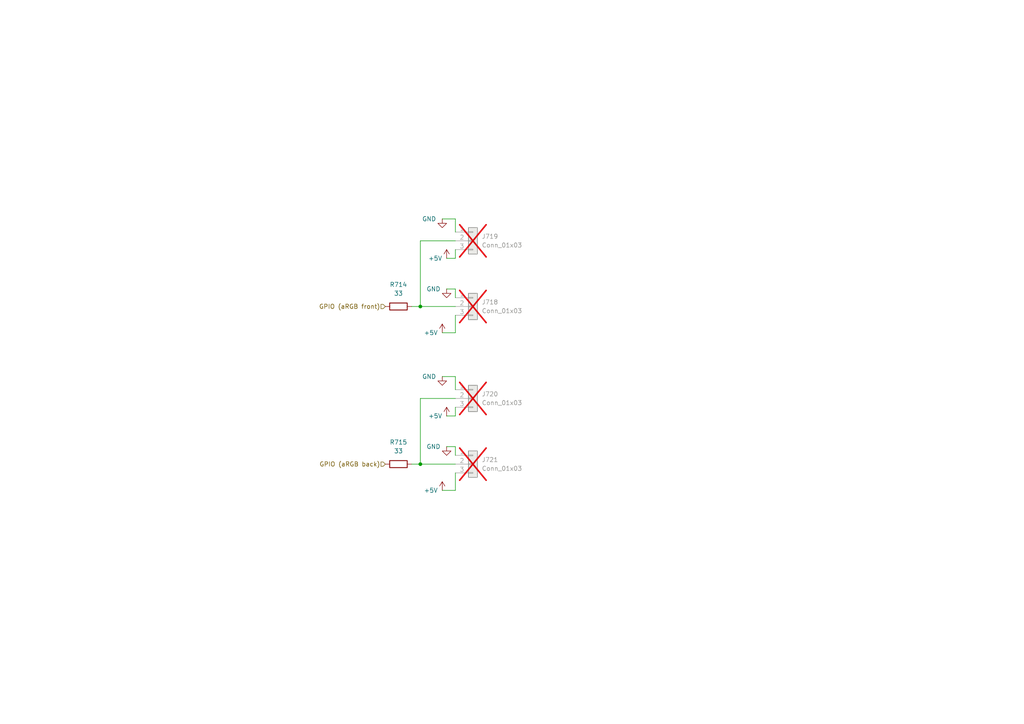
<source format=kicad_sch>
(kicad_sch (version 20250114) (generator "eeschema") (generator_version "9.0")
  (paper "A4")
  (lib_symbols
    (symbol "Connector_Generic:Conn_01x03" (pin_names (offset 1.016) (hide yes))
      (property "Reference" "J" (at 0 5.08 0))
      (property "Value" "Conn_01x03" (at 0 -5.08 0))
      (symbol "Conn_01x03_1_1"
        (rectangle (start -1.27 3.81) (end 1.27 -3.81) (stroke (width 0.254)) (fill (type background)))
        (rectangle (start -1.27 2.667) (end 0 2.413) (stroke (width 0.1524)))
        (rectangle (start -1.27 0.127) (end 0 -0.127) (stroke (width 0.1524)))
        (rectangle (start -1.27 -2.413) (end 0 -2.667) (stroke (width 0.1524)))
        (pin passive line (at -5.08 2.54 0) (length 3.81) (name "Pin_1") (number "1"))
        (pin passive line (at -5.08 0 0) (length 3.81) (name "Pin_2") (number "2"))
        (pin passive line (at -5.08 -2.54 0) (length 3.81) (name "Pin_3") (number "3"))
      )
    )
    (symbol "Device:R" (pin_numbers (hide yes)) (pin_names (offset 0))
      (property "Reference" "R" (at 2.032 0 90))
      (property "Value" "R" (at 0 0 90))
      (symbol "R_0_1"
        (rectangle (start -1.016 -2.54) (end 1.016 2.54) (stroke (width 0.254)))
      )
      (symbol "R_1_1"
        (pin passive line (at 0 3.81 270) (length 1.27) (name "~") (number "1"))
        (pin passive line (at 0 -3.81 90) (length 1.27) (name "~") (number "2"))
      )
    )
    (symbol "power:+5V" (power) (pin_numbers (hide yes)) (pin_names (offset 0) (hide yes))
      (property "Value" "+5V" (at 0 3.556 0))
      (symbol "+5V_0_1"
        (polyline (pts (xy -0.762 1.27) (xy 0 2.54)))
        (polyline (pts (xy 0 2.54) (xy 0.762 1.27)))
        (polyline (pts (xy 0 0) (xy 0 2.54)))
      )
      (symbol "+5V_1_1"
        (pin power_in line (at 0 0 90) (length 0) (name "~") (number "1"))
      )
    )
    (symbol "power:GND" (power) (pin_numbers (hide yes)) (pin_names (offset 0) (hide yes))
      (property "Value" "GND" (at 0 -3.81 0))
      (symbol "GND_0_1"
        (polyline (pts (xy 0 0) (xy 0 -1.27) (xy 1.27 -1.27) (xy 0 -2.54) (xy -1.27 -1.27) (xy 0 -1.27)))
      )
      (symbol "GND_1_1"
        (pin power_in line (at 0 0 270) (length 0) (name "~") (number "1"))
      )
    )
  )
  (junction (at 121.92 134.62))
  (junction (at 121.92 88.9))
  (wire (pts (xy 132.08 120.65) (xy 132.08 118.11)))
  (wire (pts (xy 121.92 134.62) (xy 132.08 134.62)))
  (wire (pts (xy 132.08 74.93) (xy 132.08 72.39)))
  (wire (pts (xy 132.08 129.54) (xy 132.08 132.08)))
  (wire (pts (xy 132.08 96.52) (xy 132.08 91.44)))
  (wire (pts (xy 128.27 63.5) (xy 132.08 63.5)))
  (wire (pts (xy 121.92 88.9) (xy 132.08 88.9)))
  (wire (pts (xy 129.54 83.82) (xy 132.08 83.82)))
  (wire (pts (xy 128.27 96.52) (xy 132.08 96.52)))
  (wire (pts (xy 121.92 69.85) (xy 132.08 69.85)))
  (wire (pts (xy 129.54 74.93) (xy 132.08 74.93)))
  (wire (pts (xy 132.08 142.24) (xy 132.08 137.16)))
  (wire (pts (xy 132.08 109.22) (xy 132.08 113.03)))
  (wire (pts (xy 119.38 134.62) (xy 121.92 134.62)))
  (wire (pts (xy 132.08 63.5) (xy 132.08 67.31)))
  (wire (pts (xy 128.27 109.22) (xy 132.08 109.22)))
  (wire (pts (xy 119.38 88.9) (xy 121.92 88.9)))
  (wire (pts (xy 121.92 115.57) (xy 132.08 115.57)))
  (wire (pts (xy 121.92 115.57) (xy 121.92 134.62)))
  (wire (pts (xy 128.27 142.24) (xy 132.08 142.24)))
  (wire (pts (xy 129.54 129.54) (xy 132.08 129.54)))
  (wire (pts (xy 121.92 69.85) (xy 121.92 88.9)))
  (wire (pts (xy 129.54 120.65) (xy 132.08 120.65)))
  (wire (pts (xy 132.08 83.82) (xy 132.08 86.36)))
  (hierarchical_label "GPIO (aRGB back)" (shape input) (at 111.76 134.62 180))
  (hierarchical_label "GPIO (aRGB front)" (shape input) (at 111.76 88.9 180))
  (symbol (lib_id "power:+5V") (at 129.54 74.93 0) (unit 1)
    (property "Reference" "#PWR0773" (effects (hide yes)))
    (property "Value" "+5V" (at 126.238 74.93 0))
    (property "Description" "Power symbol creates a global label with name \"+5V\"" (effects (hide yes)))
  )
  (symbol (lib_id "power:GND") (at 128.27 63.5 0) (unit 1)
    (property "Reference" "#PWR0772" (effects (hide yes)))
    (property "Value" "GND" (at 124.46 63.5 0))
    (property "Description" "Power symbol creates a global label with name \"GND\" , ground" (effects (hide yes)))
  )
  (symbol (lib_id "power:GND") (at 129.54 129.54 0) (unit 1)
    (property "Reference" "#PWR0777" (effects (hide yes)))
    (property "Value" "GND" (at 125.73 129.54 0))
    (property "Description" "Power symbol creates a global label with name \"GND\" , ground" (effects (hide yes)))
  )
  (symbol (lib_id "Connector_Generic:Conn_01x03") (at 137.16 69.85 0) (unit 1) (in_bom no) (dnp yes)
    (property "Reference" "J719" (at 139.7 68.5799 0) (effects (justify left)))
    (property "Value" "Conn_01x03" (at 139.7 71.1199 0) (effects (justify left)))
    (property "Footprint" "my_footprints:aRGB_LED_PAD_CONN" (effects (hide yes)))
    (property "Description" "Generic connector, single row, 01x03, script generated (kicad-library-utils/schlib/autogen/connector/)" (effects (hide yes)))
  )
  (symbol (lib_id "Connector_Generic:Conn_01x03") (at 137.16 115.57 0) (unit 1) (in_bom no) (dnp yes)
    (property "Reference" "J720" (at 139.7 114.2999 0) (effects (justify left)))
    (property "Value" "Conn_01x03" (at 139.7 116.8399 0) (effects (justify left)))
    (property "Footprint" "my_footprints:aRGB_LED_PAD_CONN" (effects (hide yes)))
    (property "Description" "Generic connector, single row, 01x03, script generated (kicad-library-utils/schlib/autogen/connector/)" (effects (hide yes)))
  )
  (symbol (lib_id "power:GND") (at 129.54 83.82 0) (unit 1)
    (property "Reference" "#PWR0717" (effects (hide yes)))
    (property "Value" "GND" (at 125.73 83.82 0))
    (property "Description" "Power symbol creates a global label with name \"GND\" , ground" (effects (hide yes)))
  )
  (symbol (lib_id "power:+5V") (at 128.27 142.24 0) (unit 1)
    (property "Reference" "#PWR0775" (effects (hide yes)))
    (property "Value" "+5V" (at 124.968 142.24 0))
    (property "Description" "Power symbol creates a global label with name \"+5V\"" (effects (hide yes)))
  )
  (symbol (lib_id "Connector_Generic:Conn_01x03") (at 137.16 134.62 0) (unit 1) (in_bom no) (dnp yes)
    (property "Reference" "J721" (at 139.7 133.3499 0) (effects (justify left)))
    (property "Value" "Conn_01x03" (at 139.7 135.8899 0) (effects (justify left)))
    (property "Footprint" "my_footprints:aRGB_LED_PAD_CONN" (effects (hide yes)))
    (property "Description" "Generic connector, single row, 01x03, script generated (kicad-library-utils/schlib/autogen/connector/)" (effects (hide yes)))
  )
  (symbol (lib_id "Device:R") (at 115.57 134.62 90) (unit 1)
    (property "Reference" "R715" (at 115.57 128.27 90))
    (property "Value" "33" (at 115.57 130.81 90))
    (property "Footprint" "Resistor_SMD:R_0402_1005Metric_Pad0.72x0.64mm_HandSolder" (effects (hide yes)))
    (property "Description" "Resistor" (effects (hide yes)))
  )
  (symbol (lib_id "Device:R") (at 115.57 88.9 90) (unit 1)
    (property "Reference" "R714" (at 115.57 82.55 90))
    (property "Value" "33" (at 115.57 85.09 90))
    (property "Footprint" "Resistor_SMD:R_0402_1005Metric_Pad0.72x0.64mm_HandSolder" (effects (hide yes)))
    (property "Description" "Resistor" (effects (hide yes)))
  )
  (symbol (lib_id "Connector_Generic:Conn_01x03") (at 137.16 88.9 0) (unit 1) (in_bom no) (dnp yes)
    (property "Reference" "J718" (at 139.7 87.6299 0) (effects (justify left)))
    (property "Value" "Conn_01x03" (at 139.7 90.1699 0) (effects (justify left)))
    (property "Footprint" "my_footprints:aRGB_LED_PAD_CONN" (effects (hide yes)))
    (property "Description" "Generic connector, single row, 01x03, script generated (kicad-library-utils/schlib/autogen/connector/)" (effects (hide yes)))
  )
  (symbol (lib_id "power:GND") (at 128.27 109.22 0) (unit 1)
    (property "Reference" "#PWR0774" (effects (hide yes)))
    (property "Value" "GND" (at 124.46 109.22 0))
    (property "Description" "Power symbol creates a global label with name \"GND\" , ground" (effects (hide yes)))
  )
  (symbol (lib_id "power:+5V") (at 129.54 120.65 0) (unit 1)
    (property "Reference" "#PWR0776" (effects (hide yes)))
    (property "Value" "+5V" (at 126.238 120.65 0))
    (property "Description" "Power symbol creates a global label with name \"+5V\"" (effects (hide yes)))
  )
  (symbol (lib_id "power:+5V") (at 128.27 96.52 0) (unit 1)
    (property "Reference" "#PWR0771" (effects (hide yes)))
    (property "Value" "+5V" (at 124.968 96.52 0))
    (property "Description" "Power symbol creates a global label with name \"+5V\"" (effects (hide yes)))
  )
)
</source>
